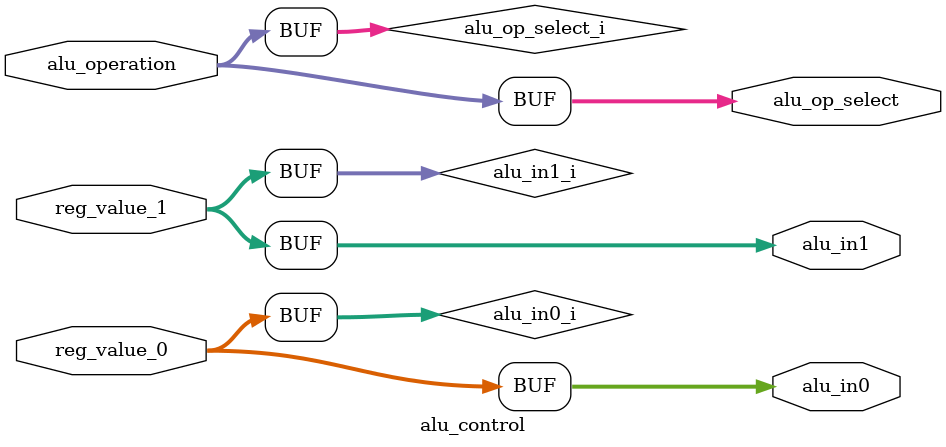
<source format=v>
`ifndef ARCH_DEFINES
`define ARCH_DEFINES
`include "arch_defines.v"
`endif // ARCH_DEFINES

module alu_control(
                   input [4:0]   alu_operation,

                   input [31:0]  reg_value_0,
                   input [31:0]  reg_value_1,

                   // Outputs sent to ALU
                   output [31:0] alu_in0,
                   output [31:0] alu_in1,
                   output [4:0]  alu_op_select
                   );

   reg [31:0]                    alu_in0_i;
   reg [31:0]                    alu_in1_i;

   reg [4:0]                     alu_op_select_i;
   always @(*) begin
      alu_op_select_i = alu_operation;
      alu_in0_i = reg_value_0;
      alu_in1_i = reg_value_1;
   end

   assign alu_op_select = alu_op_select_i;
   assign alu_in0 = alu_in0_i;
   assign alu_in1 = alu_in1_i;

endmodule

</source>
